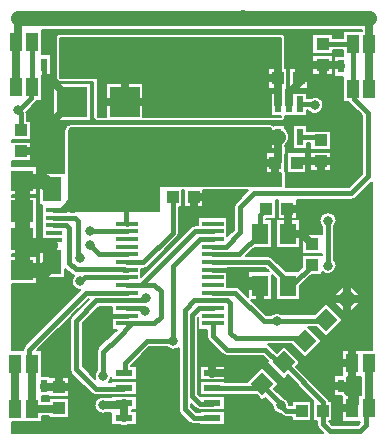
<source format=gbr>
%FSLAX23Y23*%
%MOIN*%
G04 EasyPC Gerber Version 18.0.6 Build 3620 *
%ADD96R,0.02000X0.04300*%
%ADD91R,0.02200X0.05200*%
%ADD79R,0.03940X0.04330*%
%ADD97R,0.04100X0.06400*%
%ADD99R,0.05500X0.07100*%
%ADD95R,0.06300X0.08200*%
%ADD101R,0.10000X0.10000*%
%ADD10C,0.00500*%
%ADD11C,0.01000*%
%ADD85C,0.01500*%
%ADD86C,0.02500*%
%ADD98C,0.03000*%
%ADD15C,0.03200*%
%AMT100*0 Rectangle Pad at angle 45*21,1,0.05500,0.05500,0,0,45*%
%ADD100T100*%
%ADD92R,0.05300X0.01600*%
%ADD89R,0.07200X0.01700*%
%ADD90R,0.05800X0.02200*%
%ADD102C,0.05000*%
%ADD103C,0.05600*%
%ADD81R,0.04330X0.03940*%
%ADD94R,0.07500X0.07100*%
%ADD93R,0.07500X0.07400*%
X0Y0D02*
D02*
D10*
X29Y239D02*
Y204D01*
X1065*
X1049Y219*
G75*
G02X1044Y234I14J14*
G01*
Y242*
X1031*
Y311*
X1032*
X947Y395*
X933Y381*
X876Y438*
X881Y443*
X864Y461*
X743*
G75*
G02X728Y466J20*
G01*
X683Y511*
G75*
G02X677Y526I14J14*
G01*
Y547*
X649*
Y589*
X648Y587*
Y334*
X656Y325*
X738*
Y278*
X655*
Y280*
X654*
G75*
G02X639Y285J20*
G01*
X624Y301*
Y290*
X642Y272*
X655*
Y275*
X738*
Y228*
X655*
Y232*
X634*
G75*
G02X619Y237J20*
G01*
X589Y267*
G75*
G02X584Y282I14J14*
G01*
Y486*
G75*
G02X545Y489I-18J22*
G01*
X485*
X423Y426*
Y425*
X443*
Y378*
X359*
Y388*
G75*
G02X350Y372I-28J5*
G01*
X359*
Y375*
X443*
Y328*
X359*
Y329*
X308*
G75*
G02X292Y335J22*
G01*
X226Y401*
G75*
G02X220Y417I15J15*
G01*
Y577*
G75*
G02X226Y592I22*
G01*
X285Y651*
X284*
X111Y478*
X128*
Y393*
X156*
Y389*
X219*
Y324*
X150*
Y325*
X128*
Y309*
X150*
Y319*
X219*
Y254*
X150*
Y259*
X128*
Y239*
X29*
X339Y323D02*
X359D01*
Y325*
X392*
G75*
G02X410I9J-23*
G01*
X443*
Y278*
X428*
Y275*
X443*
Y228*
X413*
G75*
G02X389I-12J24*
G01*
X359*
Y270*
X344*
G75*
G02X303Y296I-13J26*
G01*
G75*
G02X339Y323I29*
G01*
X655Y425D02*
X738D01*
Y378*
X655*
Y425*
X738Y330D02*
Y328D01*
X655*
Y375*
X738*
Y373*
X812*
X862Y424*
X919Y367*
X902Y350*
X930Y322*
G75*
G02X952Y297I-7J-28*
G01*
X961*
Y311*
X1026*
Y242*
X961*
Y257*
X941*
G75*
G02X927Y262J20*
G01*
X924Y266*
G75*
G02X895Y295I0J29*
G01*
G75*
G02X895Y296I29J0*
G01*
X872Y320*
X862Y311*
X843Y330*
X738*
X219Y276D02*
G36*
Y254D01*
X150*
Y259*
X128*
Y239*
X29*
Y204*
X1065*
X1049Y219*
G75*
G02X1044Y234I14J14*
G01*
Y242*
X1031*
Y276*
X1026*
Y242*
X961*
Y257*
X941*
G75*
G02X927Y262J20*
G01*
X924Y266*
G75*
G02X902Y276I0J29*
G01*
X638*
X642Y272*
X655*
Y275*
X738*
Y228*
X655*
Y232*
X634*
G75*
G02X619Y237J20*
G01*
X589Y267*
G75*
G02X584Y276I14J14*
G01*
X428*
Y275*
X443*
Y228*
X413*
G75*
G02X389I-12J24*
G01*
X359*
Y270*
X344*
G75*
G02X311Y276I-13J26*
G01*
X219*
G37*
X311D02*
G36*
G75*
G02X303Y296I21J20D01*
G01*
G75*
G02X339Y323I29*
G01*
X359*
Y325*
X392*
G75*
G02X410I9J-23*
G01*
X443*
Y278*
X428*
Y276*
X584*
G75*
G02X584Y282I19J6*
G01*
Y486*
G75*
G02X545Y489I-18J22*
G01*
X485*
X423Y426*
Y425*
X443*
Y378*
X359*
Y388*
G75*
G02X350Y372I-28J5*
G01*
X359*
Y375*
X443*
Y328*
X359*
Y329*
X308*
G75*
G02X292Y335J22*
G01*
X226Y401*
G75*
G02X220Y417I15J15*
G01*
Y577*
G75*
G02X226Y592I22*
G01*
X285Y651*
X284*
X111Y478*
X128*
Y393*
X156*
Y389*
X219*
Y324*
X150*
Y325*
X128*
Y309*
X150*
Y319*
X219*
Y276*
X311*
G37*
X902D02*
G36*
G75*
G02X895Y295I21J19D01*
G01*
G75*
G02X895Y296I29J0*
G01*
X872Y320*
X862Y311*
X843Y330*
X738*
Y328*
X655*
Y375*
X738*
Y373*
X812*
X840Y402*
X738*
Y378*
X655*
Y402*
X648*
Y334*
X656Y325*
X738*
Y278*
X655*
Y280*
X654*
G75*
G02X639Y285J20*
G01*
X624Y301*
Y290*
X638Y276*
X902*
G37*
X1031D02*
G36*
Y311D01*
X1032*
X947Y395*
X933Y381*
X913Y402*
X884*
X919Y367*
X902Y350*
X930Y322*
G75*
G02X952Y297I-7J-28*
G01*
X961*
Y311*
X1026*
Y276*
X1031*
G37*
X655Y402D02*
G36*
Y425D01*
X738*
Y402*
X840*
X862Y424*
X884Y402*
X913*
X876Y438*
X881Y443*
X864Y461*
X743*
G75*
G02X728Y466J20*
G01*
X683Y511*
G75*
G02X677Y526I14J14*
G01*
Y547*
X649*
Y589*
X648Y587*
Y402*
X655*
G37*
X29Y478D02*
X66D01*
Y481*
G75*
G02X71Y495I20*
G01*
X256Y679*
G75*
G02X234Y727I0J29*
G01*
G75*
G02X224Y732I5J21*
G01*
X205Y751*
Y719*
X117*
Y826*
X128*
Y963*
X117*
Y1070*
X202*
Y1211*
G75*
G02X206Y1222I15*
G01*
X212Y1228*
G75*
G02X223Y1233I11J-11*
G01*
X888*
G75*
G02X893Y1231J-15*
G01*
X896Y1230*
G75*
G02X900Y1228I-6J-14*
G01*
X938*
Y1219*
G75*
G02X939Y1161I-23J-29*
G01*
Y1158*
G75*
G02X940Y1155I-13J-7*
G01*
X941Y1153*
G75*
G02X941Y1149I-14J-4*
G01*
Y1140*
G75*
G02X941Y1136I-15J0*
G01*
X940Y1133*
G75*
G02X939Y1131I-14J4*
G01*
Y1111*
G75*
G02X939Y1107I-25*
G01*
Y1077*
G75*
G02X940Y1074I-13J-8*
G01*
X941Y1072*
G75*
G02X941Y1067I-14J-5*
G01*
Y1027*
G75*
G02X941Y1026I-15J0*
G01*
X941Y1025*
G75*
G02X941Y1023I-15J2*
G01*
X1150*
X1193Y1066*
Y1262*
X1153Y1301*
G75*
G02X1150Y1305I15J15*
G01*
X1130*
Y1391*
X1101*
Y1459*
X1130*
Y1480*
X1098*
Y1467*
X1029*
Y1532*
X1098*
Y1520*
X1130*
Y1544*
X1194*
Y1547*
X814*
G75*
G02X783I-15J37*
G01*
X129*
Y1465*
X157*
Y1397*
X129*
Y1311*
X111*
G75*
G02X106Y1303I-20J7*
G01*
X77Y1274*
G75*
G02X76Y1273I-28J4*
G01*
G75*
G02X77Y1271I-20J-2*
G01*
Y1244*
X91*
Y1179*
X29*
Y1174*
X91*
Y1109*
X29*
Y1092*
X112*
Y996*
X29*
Y991*
X112*
Y798*
X29*
Y794*
X112*
Y698*
X29*
Y478*
X166Y1244D02*
Y1369D01*
X291*
Y1244*
X166*
X349D02*
G75*
G02X341Y1242I-8J13D01*
G01*
X313*
G75*
G02X297Y1257J15*
G01*
Y1372*
X189*
G75*
G02X173Y1387J15*
G01*
Y1519*
G75*
G02X189Y1534I15*
G01*
X924*
G75*
G02X939Y1519J-15*
G01*
Y1420*
X946*
Y1351*
X941*
Y1336*
X1012*
Y1318*
X1021*
G75*
G02X1066Y1295I17J-23*
G01*
G75*
G02X1015Y1278I-29*
G01*
X1012*
Y1259*
X939*
Y1257*
G75*
G02X924Y1242I-15*
G01*
X466*
G75*
G02X458Y1244J15*
G01*
X349*
X944Y1069D02*
Y1138D01*
X1009*
Y1069*
X944*
X951Y1351D02*
Y1420D01*
X1016*
Y1351*
X951*
X1012Y1170D02*
Y1151D01*
X965*
Y1228*
X1012*
Y1210*
X1022*
Y1211*
X1091*
Y1146*
X1022*
Y1170*
X1012*
X1022Y1141D02*
X1091D01*
Y1076*
X1022*
Y1141*
X1029Y1462D02*
X1098D01*
Y1397*
X1029*
Y1462*
X108Y1307D02*
G36*
G75*
G02X106Y1303I-18J12D01*
G01*
X77Y1274*
G75*
G02X76Y1273I-28J4*
G01*
G75*
G02X77Y1271I-20J-2*
G01*
Y1244*
X91*
Y1179*
X29*
Y1174*
X91*
Y1109*
X29*
Y1092*
X112*
Y996*
X29*
Y991*
X112*
Y798*
X29*
Y794*
X112*
Y698*
X29*
Y478*
X66*
Y481*
G75*
G02X71Y495I20*
G01*
X256Y679*
G75*
G02X234Y727I0J29*
G01*
G75*
G02X224Y732I5J21*
G01*
X205Y751*
Y719*
X117*
Y826*
X128*
Y963*
X117*
Y1070*
X202*
Y1211*
G75*
G02X206Y1222I15*
G01*
X212Y1228*
G75*
G02X223Y1233I11J-11*
G01*
X888*
G75*
G02X893Y1231J-15*
G01*
X896Y1230*
G75*
G02X900Y1228I-6J-14*
G01*
X938*
Y1219*
G75*
G02X952Y1187I-23J-29*
G01*
X965*
Y1228*
X1012*
Y1210*
X1022*
Y1211*
X1091*
Y1187*
X1193*
Y1262*
X1153Y1301*
G75*
G02X1150Y1305I15J15*
G01*
X1130*
Y1307*
X1063*
G75*
G02X1066Y1295I-26J-12*
G01*
G75*
G02X1015Y1278I-29*
G01*
X1012*
Y1259*
X939*
Y1257*
G75*
G02X924Y1242I-15*
G01*
X466*
G75*
G02X458Y1244J15*
G01*
X349*
G75*
G02X341Y1242I-8J13*
G01*
X313*
G75*
G02X297Y1257J15*
G01*
Y1307*
X291*
Y1244*
X166*
Y1307*
X108*
G37*
X166D02*
G36*
Y1369D01*
X291*
Y1307*
X297*
Y1372*
X189*
G75*
G02X174Y1386J15*
G01*
X129*
Y1311*
X111*
G75*
G02X108Y1307I-20J7*
G01*
X166*
G37*
X1130D02*
G36*
Y1386D01*
X1016*
Y1351*
X951*
Y1386*
X946*
Y1351*
X941*
Y1336*
X1012*
Y1318*
X1021*
G75*
G02X1063Y1307I17J-23*
G01*
X1130*
G37*
X939Y1104D02*
G36*
Y1077D01*
G75*
G02X940Y1074I-13J-8*
G01*
X941Y1072*
G75*
G02X941Y1067I-14J-5*
G01*
Y1027*
G75*
G02X941Y1026I-15J0*
G01*
X941Y1025*
G75*
G02X941Y1023I-15J2*
G01*
X1150*
X1193Y1066*
Y1104*
X1091*
Y1076*
X1022*
Y1104*
X1009*
Y1069*
X944*
Y1104*
X939*
G37*
X944D02*
G36*
Y1138D01*
X1009*
Y1104*
X1022*
Y1141*
X1091*
Y1104*
X1193*
Y1187*
X1091*
Y1146*
X1022*
Y1170*
X1012*
Y1151*
X965*
Y1187*
X952*
G75*
G02X939Y1161I-38J2*
G01*
Y1158*
G75*
G02X940Y1155I-13J-7*
G01*
X941Y1153*
G75*
G02X941Y1149I-14J-4*
G01*
Y1140*
G75*
G02X941Y1136I-15J0*
G01*
X940Y1133*
G75*
G02X939Y1131I-14J4*
G01*
Y1111*
G75*
G02X939Y1107I-25*
G01*
Y1104*
X944*
G37*
X174Y1386D02*
G36*
G75*
G02X173Y1387I15J1D01*
G01*
Y1430*
X157*
Y1397*
X129*
Y1386*
X174*
G37*
X951D02*
G36*
Y1420D01*
X1016*
Y1386*
X1130*
Y1391*
X1101*
Y1430*
X1098*
Y1397*
X1029*
Y1430*
X939*
Y1420*
X946*
Y1386*
X951*
G37*
X173Y1430D02*
G36*
Y1519D01*
G75*
G02X189Y1534I15*
G01*
X924*
G75*
G02X939Y1519J-15*
G01*
Y1430*
X1029*
Y1462*
X1098*
Y1430*
X1101*
Y1459*
X1130*
Y1480*
X1098*
Y1467*
X1029*
Y1532*
X1098*
Y1520*
X1130*
Y1544*
X1194*
Y1547*
X814*
G75*
G02X783I-15J37*
G01*
X129*
Y1465*
X157*
Y1430*
X173*
G37*
X217Y1070D02*
Y943D01*
X518*
Y1027*
X926*
X926Y1027*
Y1067*
X926Y1069*
X874*
Y1138*
X926*
X926Y1140*
Y1149*
X926Y1151*
X891*
Y1216*
X888Y1218*
X223*
X217Y1211*
Y1070*
X217Y1070*
G36*
Y943*
X518*
Y1027*
X926*
X926Y1027*
Y1067*
X926Y1069*
X874*
Y1138*
X926*
X926Y1140*
Y1149*
X926Y1151*
X891*
Y1216*
X888Y1218*
X223*
X217Y1211*
Y1070*
X217Y1070*
G37*
X305Y384D02*
G75*
G02X310Y412I27J10D01*
G01*
Y473*
G75*
G02X316Y488I22*
G01*
X365Y536*
X377Y547*
X361*
Y623*
X318*
X263Y568*
Y425*
X305Y384*
G36*
G75*
G02X310Y412I27J10*
G01*
Y473*
G75*
G02X316Y488I22*
G01*
X365Y536*
X377Y547*
X361*
Y623*
X318*
X263Y568*
Y425*
X305Y384*
G37*
X341Y1257D02*
Y1369D01*
X466*
Y1257*
X924*
Y1259*
X891*
Y1336*
X924*
Y1351*
X881*
Y1420*
X924*
Y1519*
X189*
Y1387*
X313*
Y1257*
X341*
G36*
Y1369*
X466*
Y1257*
X924*
Y1259*
X891*
Y1336*
X924*
Y1351*
X881*
Y1420*
X924*
Y1519*
X189*
Y1387*
X313*
Y1257*
X341*
G37*
X458Y723D02*
X624Y889D01*
G75*
G02X638Y895I14J-14*
G01*
X649*
Y922*
X746*
Y858*
X768Y880*
Y956*
G75*
G02X774Y971I22*
G01*
X815Y1012*
X666*
Y956*
X601*
Y1012*
X596*
Y956*
X585*
Y871*
G75*
G02X579Y855I-22*
G01*
X480Y756*
G75*
G02X465Y750I-15J15*
G01*
X458*
Y723*
G36*
X624Y889*
G75*
G02X638Y895I14J-14*
G01*
X649*
Y922*
X746*
Y858*
X768Y880*
Y956*
G75*
G02X774Y971I22*
G01*
X815Y1012*
X666*
Y956*
X601*
Y1012*
X596*
Y956*
X585*
Y871*
G75*
G02X579Y855I-22*
G01*
X480Y756*
G75*
G02X465Y750I-15J15*
G01*
X458*
Y723*
G37*
X746Y691D02*
X772D01*
G75*
G02X786Y685J-20*
G01*
X814Y656*
Y742*
X884*
X872Y753*
X746*
Y691*
G36*
X772*
G75*
G02X786Y685J-20*
G01*
X814Y656*
Y742*
X884*
X872Y753*
X746*
Y691*
G37*
X809Y793D02*
X881D01*
G75*
G02X895Y787J-20*
G01*
X940Y742*
X980*
X993Y755*
Y795*
X1061*
Y800*
X993*
Y865*
X1061*
Y889*
G75*
G02X1052Y910I20J20*
G01*
G75*
G02X1109I29*
G01*
G75*
G02X1101Y889I-29*
G01*
Y781*
G75*
G02X1062Y739I-20J-20*
G01*
Y730*
X1026*
X989Y693*
Y646*
X909*
Y717*
X895Y731*
Y646*
X825*
X875Y596*
X891*
G75*
G02X929Y598I20J-20*
G01*
X1037*
X1074Y636*
X1131Y579*
X1074Y523*
X1042Y555*
X1014*
X1060Y509*
X1004Y452*
X957Y499*
X881*
G75*
G02X886Y495I-9J-18*
G01*
X910Y471*
X933Y494*
X989Y438*
X975Y424*
X1078Y321*
G75*
G02X1083Y311I-14J-14*
G01*
X1096*
Y242*
X1084*
Y242*
X1095Y231*
X1180*
X1188Y239*
Y241*
X1129*
Y327*
X1100*
Y395*
X1129*
Y480*
X1229*
Y1041*
X1174Y986*
G75*
G02X1159Y980I-15J15*
G01*
X978*
Y916*
X913*
Y980*
X908*
Y916*
X875*
Y915*
X895*
Y819*
X835*
X809Y793*
X909Y819D02*
Y915D01*
X989*
Y819*
X909*
X1145Y593D02*
X1088Y650D01*
X1145Y707*
X1202Y650*
X1145Y593*
X895Y867D02*
G36*
Y819D01*
X835*
X809Y793*
X881*
G75*
G02X895Y787J-20*
G01*
X940Y742*
X980*
X993Y755*
Y795*
X1061*
Y800*
X993*
Y865*
X1061*
Y867*
X989*
Y819*
X909*
Y867*
X895*
G37*
X909D02*
G36*
Y915D01*
X989*
Y867*
X1061*
Y889*
G75*
G02X1052Y910I20J20*
G01*
G75*
G02X1109I29*
G01*
G75*
G02X1101Y889I-29*
G01*
Y781*
G75*
G02X1062Y739I-20J-20*
G01*
Y730*
X1026*
X989Y693*
Y650*
X1088*
X1145Y707*
X1202Y650*
X1229*
Y1041*
X1174Y986*
G75*
G02X1159Y980I-15J15*
G01*
X978*
Y916*
X913*
Y980*
X908*
Y916*
X875*
Y915*
X895*
Y867*
X909*
G37*
X989Y650D02*
G36*
Y646D01*
X909*
Y717*
X895Y731*
Y646*
X825*
X875Y596*
X891*
G75*
G02X929Y598I20J-20*
G01*
X1037*
X1074Y636*
X1131Y579*
X1074Y523*
X1042Y555*
X1014*
X1060Y509*
X1004Y452*
X957Y499*
X881*
G75*
G02X886Y495I-9J-18*
G01*
X910Y471*
X933Y494*
X989Y438*
X975Y424*
X1078Y321*
G75*
G02X1083Y311I-14J-14*
G01*
X1096*
Y242*
X1084*
Y242*
X1095Y231*
X1180*
X1188Y239*
Y241*
X1129*
Y327*
X1100*
Y395*
X1129*
Y480*
X1229*
Y650*
X1202*
X1145Y593*
X1088Y650*
X989*
G37*
X1145Y330D02*
X1192D01*
Y391*
X1145*
Y330*
G36*
X1192*
Y391*
X1145*
Y330*
G37*
D02*
D11*
X80Y828D02*
X62Y846D01*
Y848*
X167Y845D02*
Y839D01*
X156Y828*
D02*
D15*
X49Y1279D03*
X56Y629D03*
X125Y1277D03*
X137Y631D03*
X145Y1141D03*
X181Y475D03*
X256Y708D03*
Y786D03*
Y1118D03*
X258Y1179D03*
X288Y830D03*
X289Y875D03*
X313Y552D03*
X332Y296D03*
Y394D03*
X472Y611D03*
X473Y654D03*
X514Y235D03*
Y392D03*
X566Y509D03*
X734Y991D03*
X766Y414D03*
X798Y709D03*
X847Y235D03*
X857Y1176D03*
X912Y576D03*
X924Y295D03*
X989Y1471D03*
X1012Y954D03*
X1038Y1295D03*
X1081Y761D03*
Y910D03*
X1082Y1337D03*
X1137Y805D03*
Y906D03*
X1138Y1125D03*
X1141Y1254D03*
D02*
D79*
X564Y991D03*
X634D03*
X875Y951D03*
X906Y1104D03*
X914Y1386D03*
X946Y951D03*
X977Y1104D03*
X984Y1386D03*
X994Y277D03*
X1063D03*
D02*
D81*
X57Y1142D03*
Y1212D03*
X185Y287D03*
Y357D03*
X1028Y763D03*
Y833D03*
X1057Y1109D03*
Y1179D03*
X1063Y1430D03*
Y1500D03*
D02*
D85*
X57Y1212D02*
Y1271D01*
X49Y1279*
X96Y1356D02*
Y1506D01*
Y1356D02*
X91D01*
Y1319*
X50Y1278*
Y1279*
X49*
X135Y1431D02*
Y1401D01*
X229Y1307*
X167Y895D02*
X207D01*
X217Y885*
Y771*
X240Y748*
X400*
X401Y747*
X410*
X203Y951D02*
Y945D01*
X167*
X228Y964D02*
X217D01*
X256Y786D02*
Y793D01*
X247Y802*
Y910*
X237Y920*
X167*
X410Y568D02*
X501D01*
X523Y590*
Y675*
X502Y696*
X459*
X410Y568D02*
X425D01*
Y565*
X381Y521*
X380*
X332Y473*
Y394*
X410Y594D02*
X355D01*
X313Y552*
X410Y619D02*
X463D01*
X472Y611*
X410Y645D02*
X464D01*
X473Y654*
X410Y645D02*
X309D01*
X242Y577*
Y417*
X308Y351*
X397*
X398Y352*
X401*
X410Y671D02*
X276D01*
X86Y481*
Y458*
X95Y449*
Y434*
X410Y696D02*
X436D01*
Y696*
X459*
X410Y722D02*
X272D01*
X257Y708*
X256*
X410Y798D02*
X318D01*
Y799*
X287Y830*
X288*
X410Y875D02*
X341D01*
Y875*
X289*
X410Y901D02*
X407Y903D01*
Y976*
X388Y996*
X564Y991D02*
Y871D01*
X465Y772*
X411*
X410Y773*
X566Y509D02*
X477D01*
X403Y435*
Y402*
X401*
X566Y509D02*
Y760D01*
X656Y850*
X697*
Y850*
X696Y352D02*
X871D01*
X927Y296*
X924*
Y295*
X697Y568D02*
Y526D01*
X743Y481*
X872*
X915Y438*
X933*
X697Y619D02*
X651D01*
X627Y596*
Y326*
X654Y300*
X694*
X696Y302*
X697Y645D02*
X745D01*
X756Y635*
Y537*
X774Y519*
X992*
X1001Y509*
X1004*
X697Y645D02*
X636D01*
X604Y612*
Y282*
X634Y252*
X696*
X697Y747D02*
X759D01*
X798Y709*
X697Y798D02*
X786D01*
X855Y867*
X697Y875D02*
X638D01*
X459Y696*
X875Y951D02*
X855Y930D01*
Y867*
X912Y576D02*
X867D01*
X772Y671*
X697*
X949Y694D02*
X950Y695D01*
Y704*
X881Y773*
X697*
X985Y509D02*
X1004D01*
X989Y1298D02*
X1035D01*
X1038Y1295*
X994Y277D02*
X941D01*
X924Y295*
X1028Y763D02*
Y761D01*
X964Y698*
X949*
Y694*
X1057Y1179D02*
X1045Y1190D01*
X989*
X1063Y277D02*
Y307D01*
X933Y438*
X1063Y277D02*
Y291D01*
X1065*
X1063Y277D02*
Y234D01*
X1087Y211*
X1188*
X1209Y231*
Y277*
X1218Y286*
X1063Y1500D02*
X1163D01*
X1070Y579D02*
X1074D01*
Y577*
X912*
Y576*
X1081Y910D02*
Y761D01*
X1163Y1350D02*
X1169Y1344D01*
Y1317*
X1215Y1271*
Y1058*
X1159Y1002*
X836*
X789Y956*
Y872*
X742Y824*
X697*
Y824*
X1163Y1500D02*
Y1350D01*
D02*
D86*
X39Y284D02*
Y434D01*
X40Y1506D02*
Y1356D01*
X48Y1585D02*
Y1514D01*
X40Y1506*
X56Y625D02*
Y590D01*
Y632D02*
Y667D01*
X57Y1142D02*
X143D01*
X145Y1141*
X59Y629D02*
X94D01*
X95Y284D02*
X182D01*
X185Y287*
X95Y284D02*
Y434D01*
X127Y1274D02*
X152Y1249D01*
X127Y1279D02*
X152Y1304D01*
X133Y631D02*
X98D01*
X137Y627D02*
Y592D01*
Y634D02*
Y669D01*
X140Y631D02*
X175D01*
X141Y1141D02*
X106D01*
X145Y1137D02*
Y1102D01*
Y1144D02*
Y1179D01*
X148Y1141D02*
X183D01*
X178Y472D02*
X153Y447D01*
X178Y477D02*
X153Y502D01*
X183Y472D02*
X208Y447D01*
X183Y477D02*
X208Y502D01*
X185Y357D02*
X136D01*
X134Y359*
X185Y364D02*
Y399D01*
X187Y1265D02*
X156Y1234D01*
X187Y1348D02*
X156Y1379D01*
X194Y357D02*
X229D01*
X217Y964D02*
X203Y951D01*
X253Y1115D02*
X228Y1090D01*
X253Y1120D02*
X228Y1145D01*
X255Y1176D02*
X230Y1151D01*
X255Y1181D02*
X230Y1206D01*
X258Y1115D02*
X283Y1090D01*
X258Y1120D02*
X283Y1145D01*
X260Y1176D02*
X285Y1151D01*
X260Y1181D02*
X285Y1206D01*
X309Y552D02*
X274D01*
X313Y548D02*
Y513D01*
Y555D02*
Y590D01*
X316Y552D02*
X351D01*
Y1438D02*
X316D01*
X366Y1307D02*
X331D01*
X367Y1422D02*
Y1387D01*
Y1453D02*
Y1488D01*
X382Y1438D02*
X417D01*
X401Y252D02*
Y297D01*
X363*
X362Y296*
X332*
X401Y302D02*
Y252D01*
X404Y1344D02*
Y1379D01*
X441Y1307D02*
X476D01*
X484Y238D02*
Y273D01*
X488Y235D02*
X523D01*
X510Y392D02*
X475D01*
X514Y388D02*
Y353D01*
Y395D02*
Y430D01*
X517Y392D02*
X552D01*
X634Y981D02*
Y946D01*
Y991D02*
X734D01*
X641D02*
X676D01*
X696Y400D02*
Y435D01*
Y402D02*
X755D01*
X766Y414*
X713Y402D02*
X748D01*
X730Y991D02*
X695D01*
X734Y987D02*
Y952D01*
X737Y991D02*
X772D01*
X764Y416D02*
X739Y441D01*
X769Y411D02*
X794Y386D01*
X769Y416D02*
X794Y441D01*
X839Y694D02*
X805D01*
X843Y235D02*
X808D01*
X847Y238D02*
Y273D01*
X850Y235D02*
X885D01*
X853Y1176D02*
X809D01*
X855Y671D02*
Y636D01*
Y694D02*
X839Y709D01*
X798*
X857Y1172D02*
Y1128D01*
X899Y1104D02*
X864D01*
X906Y1386D02*
X871D01*
X906Y1094D02*
Y1059D01*
X914Y1395D02*
Y1430D01*
X914Y1190D02*
Y1111D01*
X906Y1104*
X914Y1298D02*
Y1385D01*
X914Y1386*
X946Y951D02*
X1009D01*
X1012Y954*
X949Y867D02*
Y948D01*
X946Y951*
X952Y1298D02*
Y1336D01*
X984Y1368*
Y1386*
Y1395D02*
Y1430D01*
X986Y1468D02*
X961Y1443D01*
X986Y1473D02*
X961Y1498D01*
X991Y1386D02*
X1026D01*
X991Y1468D02*
X1016Y1443D01*
X991Y1473D02*
X1016Y1498D01*
X1012Y950D02*
Y915D01*
X1015Y954D02*
X1050D01*
X1028Y833D02*
X994Y867D01*
X949*
X1054Y1430D02*
X1019D01*
X1057Y1101D02*
Y1066D01*
Y1109D02*
X982D01*
X977Y1104*
X1063Y1422D02*
Y1387D01*
Y1430D02*
X1028D01*
X984Y1386*
X1063Y1430D02*
X1119D01*
X1124Y1425*
X1066Y1109D02*
X1101D01*
X1078Y1337D02*
X1043D01*
X1082Y1333D02*
Y1298D01*
Y1340D02*
Y1375D01*
X1119Y650D02*
X1074D01*
X1120Y361D02*
X1155D01*
X1123D02*
X1147D01*
Y341*
X1171*
X1125Y361D02*
X1090D01*
X1135Y1122D02*
X1110Y1097D01*
X1135Y1127D02*
X1110Y1152D01*
X1137Y801D02*
Y766D01*
Y808D02*
Y843D01*
Y902D02*
Y867D01*
Y909D02*
Y944D01*
X1137Y1254D02*
X1102D01*
X1140Y1122D02*
X1165Y1097D01*
X1140Y1127D02*
X1165Y1152D01*
X1140Y805D02*
X1175D01*
X1140Y906D02*
X1175D01*
X1141Y1250D02*
Y1215D01*
Y1257D02*
Y1292D01*
X1144Y1254D02*
X1179D01*
X1145Y624D02*
Y579D01*
Y676D02*
Y721D01*
X1154Y286D02*
X1119D01*
X1154Y436D02*
X1119D01*
X1162Y305D02*
Y340D01*
Y416D02*
Y381D01*
Y436D02*
Y379D01*
X1171*
Y341*
X1162Y455D02*
Y490D01*
X1171Y341D02*
Y304D01*
X1162*
Y286*
X1171Y650D02*
X1216D01*
X1218Y436D02*
Y286D01*
X1219Y1500D02*
Y1350D01*
Y1500D02*
Y1585D01*
D02*
D89*
X410Y568D03*
Y594D03*
Y619D03*
Y645D03*
Y671D03*
Y696D03*
Y722D03*
Y747D03*
Y773D03*
Y798D03*
Y824D03*
Y850D03*
Y875D03*
Y901D03*
X697Y568D03*
Y594D03*
Y619D03*
Y645D03*
Y671D03*
Y696D03*
Y722D03*
Y747D03*
Y773D03*
Y798D03*
Y824D03*
Y850D03*
Y875D03*
Y901D03*
D02*
D90*
X401Y252D03*
Y302D03*
Y352D03*
Y402D03*
X696Y252D03*
Y302D03*
Y352D03*
Y402D03*
D02*
D91*
X914Y1190D03*
Y1298D03*
X952D03*
X989Y1190D03*
Y1298D03*
D02*
D92*
X167Y845D03*
Y870D03*
Y895D03*
Y920D03*
Y945D03*
D02*
D93*
X62Y848D03*
Y942D03*
D02*
D94*
Y746D03*
Y1044D03*
D02*
D95*
X162Y773D03*
Y1017D03*
D02*
D96*
X134Y359D03*
X135Y1431D03*
X1123Y361D03*
X1124Y1425D03*
D02*
D97*
X39Y284D03*
Y434D03*
X40Y1356D03*
Y1506D03*
X95Y284D03*
Y434D03*
X96Y1356D03*
Y1506D03*
X1162Y286D03*
Y436D03*
X1163Y1350D03*
Y1500D03*
X1218Y286D03*
Y436D03*
X1219Y1350D03*
Y1500D03*
D02*
D98*
X35Y280D03*
Y438D03*
X36Y1352D03*
Y1510D03*
X1222Y282D03*
Y440D03*
X1223Y1346D03*
Y1504D03*
D02*
D99*
X855Y694D03*
Y867D03*
X949Y694D03*
Y867D03*
D02*
D100*
X862Y367D03*
X933Y438D03*
X1004Y509D03*
X1074Y579D03*
X1145Y650D03*
D02*
D101*
X229Y1307D03*
X404D03*
D02*
D102*
X62Y746D02*
Y848D01*
Y942*
Y1044D02*
Y942D01*
X156Y828D02*
X80D01*
X162Y773D02*
X135Y746D01*
X62*
X162Y1017D02*
X135Y1044D01*
X62*
X388Y996D02*
X260D01*
X228Y964*
X799Y1585D02*
X48D01*
X914Y1190D02*
X871D01*
X857Y1176*
X1219Y1585D02*
X799D01*
D02*
D103*
X367Y1438D03*
X799Y1585D03*
X0Y0D02*
M02*

</source>
